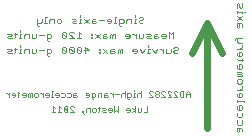
<source format=gbo>
G75*
G70*
%OFA0B0*%
%FSLAX24Y24*%
%IPPOS*%
%LPD*%
%AMOC8*
5,1,8,0,0,1.08239X$1,22.5*
%
%ADD10C,0.0240*%
%ADD11C,0.0040*%
%ADD12C,0.0030*%
D10*
X007440Y002690D02*
X007440Y006190D01*
X007940Y005190D01*
X006940Y005190D02*
X007440Y006190D01*
D11*
X008363Y005665D02*
X008363Y005627D01*
X008363Y005665D02*
X008401Y005704D01*
X008593Y005704D01*
X008440Y005704D02*
X008440Y005589D01*
X008478Y005550D01*
X008593Y005550D01*
X008593Y005458D02*
X008593Y005420D01*
X008516Y005343D01*
X008440Y005343D02*
X008593Y005343D01*
X008555Y005248D02*
X008516Y005248D01*
X008516Y005095D01*
X008478Y005095D02*
X008555Y005095D01*
X008593Y005133D01*
X008593Y005210D01*
X008555Y005248D01*
X008440Y005210D02*
X008440Y005133D01*
X008478Y005095D01*
X008440Y005006D02*
X008478Y004967D01*
X008631Y004967D01*
X008593Y004929D02*
X008593Y005006D01*
X008555Y004834D02*
X008516Y004834D01*
X008516Y004680D01*
X008478Y004680D02*
X008555Y004680D01*
X008593Y004719D01*
X008593Y004795D01*
X008555Y004834D01*
X008440Y004795D02*
X008440Y004719D01*
X008478Y004680D01*
X008440Y004585D02*
X008555Y004585D01*
X008593Y004547D01*
X008555Y004508D01*
X008440Y004508D01*
X008440Y004432D02*
X008593Y004432D01*
X008593Y004470D01*
X008555Y004508D01*
X008555Y004337D02*
X008478Y004337D01*
X008440Y004298D01*
X008440Y004222D01*
X008478Y004183D01*
X008555Y004183D01*
X008593Y004222D01*
X008593Y004298D01*
X008555Y004337D01*
X008593Y004091D02*
X008593Y004053D01*
X008516Y003976D01*
X008440Y003976D02*
X008593Y003976D01*
X008555Y003881D02*
X008516Y003881D01*
X008516Y003727D01*
X008478Y003727D02*
X008555Y003727D01*
X008593Y003766D01*
X008593Y003843D01*
X008555Y003881D01*
X008440Y003843D02*
X008440Y003766D01*
X008478Y003727D01*
X008440Y003638D02*
X008440Y003562D01*
X008440Y003600D02*
X008670Y003600D01*
X008670Y003562D01*
X008555Y003467D02*
X008516Y003467D01*
X008516Y003313D01*
X008478Y003313D02*
X008555Y003313D01*
X008593Y003351D01*
X008593Y003428D01*
X008555Y003467D01*
X008440Y003428D02*
X008440Y003351D01*
X008478Y003313D01*
X008440Y003218D02*
X008440Y003103D01*
X008478Y003065D01*
X008555Y003065D01*
X008593Y003103D01*
X008593Y003218D01*
X008593Y002969D02*
X008593Y002854D01*
X008555Y002816D01*
X008478Y002816D01*
X008440Y002854D01*
X008440Y002969D01*
X008440Y002721D02*
X008440Y002606D01*
X008478Y002567D01*
X008516Y002606D01*
X008516Y002721D01*
X008555Y002721D02*
X008440Y002721D01*
X008555Y002721D02*
X008593Y002682D01*
X008593Y002606D01*
X006432Y005190D02*
X006355Y005190D01*
X006317Y005228D01*
X006317Y005266D01*
X006355Y005305D01*
X006432Y005305D01*
X006470Y005343D01*
X006470Y005381D01*
X006432Y005420D01*
X006355Y005420D01*
X006317Y005381D01*
X006222Y005343D02*
X006222Y005228D01*
X006184Y005190D01*
X006068Y005190D01*
X006068Y005343D01*
X005973Y005343D02*
X005973Y005190D01*
X005973Y005266D02*
X005897Y005343D01*
X005858Y005343D01*
X005766Y005343D02*
X005689Y005190D01*
X005613Y005343D01*
X005518Y005343D02*
X005479Y005343D01*
X005479Y005190D01*
X005441Y005190D02*
X005518Y005190D01*
X005352Y005343D02*
X005275Y005190D01*
X005198Y005343D01*
X005103Y005305D02*
X005065Y005343D01*
X004988Y005343D01*
X004950Y005305D01*
X004950Y005266D01*
X005103Y005266D01*
X005103Y005228D02*
X005103Y005305D01*
X005103Y005228D02*
X005065Y005190D01*
X004988Y005190D01*
X004606Y005190D02*
X004606Y005343D01*
X004568Y005343D01*
X004529Y005305D01*
X004491Y005343D01*
X004453Y005305D01*
X004453Y005190D01*
X004529Y005190D02*
X004529Y005305D01*
X004358Y005228D02*
X004319Y005266D01*
X004204Y005266D01*
X004204Y005305D02*
X004204Y005190D01*
X004319Y005190D01*
X004358Y005228D01*
X004319Y005343D02*
X004242Y005343D01*
X004204Y005305D01*
X004109Y005343D02*
X003956Y005190D01*
X003860Y005190D02*
X003860Y005228D01*
X003822Y005228D01*
X003822Y005190D01*
X003860Y005190D01*
X003860Y005305D02*
X003860Y005343D01*
X003822Y005343D01*
X003822Y005305D01*
X003860Y005305D01*
X003956Y005343D02*
X004109Y005190D01*
X003487Y005305D02*
X003334Y005305D01*
X003372Y005190D02*
X003372Y005420D01*
X003487Y005305D01*
X003239Y005228D02*
X003239Y005381D01*
X003201Y005420D01*
X003124Y005420D01*
X003085Y005381D01*
X003239Y005228D01*
X003201Y005190D01*
X003124Y005190D01*
X003085Y005228D01*
X003085Y005381D01*
X002990Y005381D02*
X002952Y005420D01*
X002875Y005420D01*
X002837Y005381D01*
X002990Y005228D01*
X002952Y005190D01*
X002875Y005190D01*
X002837Y005228D01*
X002837Y005381D01*
X002742Y005381D02*
X002703Y005420D01*
X002627Y005420D01*
X002588Y005381D01*
X002742Y005228D01*
X002703Y005190D01*
X002627Y005190D01*
X002588Y005228D01*
X002588Y005381D01*
X002742Y005381D02*
X002742Y005228D01*
X002990Y005228D02*
X002990Y005381D01*
X002990Y005690D02*
X002837Y005690D01*
X002742Y005728D02*
X002588Y005881D01*
X002588Y005728D01*
X002627Y005690D01*
X002703Y005690D01*
X002742Y005728D01*
X002742Y005881D01*
X002703Y005920D01*
X002627Y005920D01*
X002588Y005881D01*
X002837Y005881D02*
X002837Y005843D01*
X002990Y005690D01*
X003085Y005690D02*
X003239Y005690D01*
X003162Y005690D02*
X003162Y005920D01*
X003239Y005843D01*
X002990Y005881D02*
X002952Y005920D01*
X002875Y005920D01*
X002837Y005881D01*
X002964Y006190D02*
X002925Y006228D01*
X002964Y006266D01*
X003040Y006266D01*
X003079Y006305D01*
X003040Y006343D01*
X002925Y006343D01*
X002964Y006190D02*
X003079Y006190D01*
X003168Y006190D02*
X003244Y006190D01*
X003206Y006190D02*
X003206Y006343D01*
X003244Y006343D01*
X003206Y006420D02*
X003206Y006458D01*
X003339Y006343D02*
X003493Y006190D01*
X003588Y006190D02*
X003703Y006190D01*
X003741Y006228D01*
X003703Y006266D01*
X003588Y006266D01*
X003588Y006305D02*
X003588Y006190D01*
X003588Y006305D02*
X003626Y006343D01*
X003703Y006343D01*
X003837Y006305D02*
X003990Y006305D01*
X004085Y006305D02*
X004124Y006343D01*
X004200Y006343D01*
X004239Y006305D01*
X004239Y006228D01*
X004200Y006190D01*
X004124Y006190D01*
X004085Y006266D02*
X004239Y006266D01*
X004328Y006190D02*
X004404Y006190D01*
X004366Y006190D02*
X004366Y006420D01*
X004404Y006420D01*
X004500Y006343D02*
X004615Y006343D01*
X004653Y006305D01*
X004653Y006228D01*
X004615Y006190D01*
X004500Y006190D01*
X004500Y006151D02*
X004500Y006343D01*
X004748Y006305D02*
X004748Y006190D01*
X004748Y006305D02*
X004786Y006343D01*
X004902Y006343D01*
X004902Y006190D01*
X004991Y006190D02*
X005067Y006190D01*
X005029Y006190D02*
X005029Y006343D01*
X005067Y006343D01*
X005029Y006420D02*
X005029Y006458D01*
X005162Y006381D02*
X005201Y006420D01*
X005277Y006420D01*
X005316Y006381D01*
X005316Y006343D01*
X005277Y006305D01*
X005201Y006305D01*
X005162Y006266D01*
X005162Y006228D01*
X005201Y006190D01*
X005277Y006190D01*
X005316Y006228D01*
X005310Y005843D02*
X005310Y005728D01*
X005272Y005690D01*
X005157Y005690D01*
X005157Y005843D01*
X005062Y005843D02*
X005062Y005690D01*
X005062Y005766D02*
X004985Y005843D01*
X004947Y005843D01*
X004855Y005805D02*
X004855Y005728D01*
X004816Y005690D01*
X004740Y005690D01*
X004701Y005766D02*
X004855Y005766D01*
X004855Y005805D02*
X004816Y005843D01*
X004740Y005843D01*
X004701Y005805D01*
X004701Y005766D01*
X004357Y005690D02*
X004357Y005843D01*
X004319Y005843D01*
X004281Y005805D01*
X004242Y005843D01*
X004204Y005805D01*
X004204Y005690D01*
X004281Y005690D02*
X004281Y005805D01*
X004109Y005728D02*
X004071Y005690D01*
X003955Y005690D01*
X003955Y005805D01*
X003994Y005843D01*
X004071Y005843D01*
X004071Y005766D02*
X003955Y005766D01*
X004071Y005766D02*
X004109Y005728D01*
X003860Y005690D02*
X003707Y005843D01*
X003612Y005843D02*
X003612Y005805D01*
X003573Y005805D01*
X003573Y005843D01*
X003612Y005843D01*
X003612Y005728D02*
X003573Y005728D01*
X003573Y005690D01*
X003612Y005690D01*
X003612Y005728D01*
X003707Y005690D02*
X003860Y005843D01*
X003493Y006343D02*
X003339Y006190D01*
X004085Y006266D02*
X004085Y006305D01*
X004500Y006151D02*
X004538Y006113D01*
X004576Y006113D01*
X005406Y005843D02*
X005521Y005843D01*
X005559Y005805D01*
X005521Y005766D01*
X005444Y005766D01*
X005406Y005728D01*
X005444Y005690D01*
X005559Y005690D01*
X005654Y005690D02*
X005769Y005690D01*
X005808Y005728D01*
X005769Y005766D01*
X005654Y005766D01*
X005654Y005805D02*
X005654Y005690D01*
X005654Y005805D02*
X005692Y005843D01*
X005769Y005843D01*
X005903Y005805D02*
X005903Y005766D01*
X006056Y005766D01*
X006056Y005728D02*
X006056Y005805D01*
X006018Y005843D01*
X005941Y005843D01*
X005903Y005805D01*
X006018Y005690D02*
X006056Y005728D01*
X006018Y005690D02*
X005941Y005690D01*
X006151Y005690D02*
X006151Y005920D01*
X006228Y005843D01*
X006305Y005920D01*
X006305Y005690D01*
X006470Y005228D02*
X006432Y005190D01*
X005479Y005420D02*
X005479Y005458D01*
X002581Y006228D02*
X002543Y006190D01*
X002466Y006190D01*
X002428Y006228D01*
X002428Y006305D01*
X002466Y006343D01*
X002543Y006343D01*
X002581Y006305D01*
X002581Y006228D01*
X002333Y006190D02*
X002333Y006343D01*
X002218Y006343D01*
X002179Y006305D01*
X002179Y006190D01*
X002084Y006190D02*
X002008Y006190D01*
X002046Y006190D02*
X002046Y006420D01*
X002084Y006420D01*
X001919Y006343D02*
X001919Y006228D01*
X001880Y006190D01*
X001765Y006190D01*
X001765Y006151D02*
X001804Y006113D01*
X001842Y006113D01*
X001765Y006151D02*
X001765Y006343D01*
X001212Y005958D02*
X001212Y005920D01*
X001212Y005843D02*
X001212Y005690D01*
X001250Y005690D02*
X001174Y005690D01*
X001046Y005728D02*
X001008Y005690D01*
X001046Y005728D02*
X001046Y005881D01*
X001084Y005843D02*
X001008Y005843D01*
X000919Y005805D02*
X000880Y005766D01*
X000804Y005766D01*
X000765Y005728D01*
X000804Y005690D01*
X000919Y005690D01*
X000919Y005805D02*
X000880Y005843D01*
X000765Y005843D01*
X001212Y005843D02*
X001250Y005843D01*
X001345Y005805D02*
X001345Y005690D01*
X001499Y005690D02*
X001499Y005843D01*
X001384Y005843D01*
X001345Y005805D01*
X001594Y005843D02*
X001594Y005690D01*
X001709Y005690D01*
X001747Y005728D01*
X001747Y005843D01*
X001843Y005805D02*
X001996Y005805D01*
X002091Y005843D02*
X002206Y005843D01*
X002245Y005805D01*
X002245Y005728D01*
X002206Y005690D01*
X002091Y005690D01*
X002091Y005651D02*
X002091Y005843D01*
X002091Y005651D02*
X002129Y005613D01*
X002168Y005613D01*
X002206Y005343D02*
X002091Y005343D01*
X002091Y005151D01*
X002129Y005113D01*
X002168Y005113D01*
X002206Y005190D02*
X002091Y005190D01*
X002206Y005190D02*
X002245Y005228D01*
X002245Y005305D01*
X002206Y005343D01*
X001996Y005305D02*
X001843Y005305D01*
X001747Y005343D02*
X001747Y005228D01*
X001709Y005190D01*
X001594Y005190D01*
X001594Y005343D01*
X001499Y005343D02*
X001384Y005343D01*
X001345Y005305D01*
X001345Y005190D01*
X001250Y005190D02*
X001174Y005190D01*
X001212Y005190D02*
X001212Y005343D01*
X001250Y005343D01*
X001212Y005420D02*
X001212Y005458D01*
X001085Y005343D02*
X001008Y005343D01*
X001046Y005381D02*
X001046Y005228D01*
X001008Y005190D01*
X000919Y005190D02*
X000804Y005190D01*
X000765Y005228D01*
X000804Y005266D01*
X000880Y005266D01*
X000919Y005305D01*
X000880Y005343D01*
X000765Y005343D01*
X001499Y005343D02*
X001499Y005190D01*
X008440Y006086D02*
X008478Y006048D01*
X008516Y006086D01*
X008516Y006201D01*
X008555Y006201D02*
X008440Y006201D01*
X008440Y006086D01*
X008593Y006086D02*
X008593Y006163D01*
X008555Y006201D01*
X008593Y006296D02*
X008440Y006450D01*
X008440Y006545D02*
X008440Y006621D01*
X008440Y006583D02*
X008593Y006583D01*
X008593Y006545D01*
X008670Y006583D02*
X008708Y006583D01*
X008593Y006450D02*
X008440Y006296D01*
X008440Y006710D02*
X008440Y006826D01*
X008478Y006864D01*
X008516Y006826D01*
X008516Y006749D01*
X008555Y006710D01*
X008593Y006749D01*
X008593Y006864D01*
D12*
X003323Y003171D02*
X003259Y003235D01*
X003291Y003235D01*
X003291Y003266D01*
X003259Y003266D01*
X003259Y003235D01*
X003398Y003235D02*
X003398Y003330D01*
X003430Y003361D01*
X003525Y003361D01*
X003525Y003235D01*
X003601Y003266D02*
X003601Y003330D01*
X003633Y003361D01*
X003696Y003361D01*
X003728Y003330D01*
X003728Y003266D01*
X003696Y003235D01*
X003633Y003235D01*
X003601Y003266D01*
X003799Y003235D02*
X003831Y003266D01*
X003831Y003393D01*
X003863Y003361D02*
X003799Y003361D01*
X003939Y003361D02*
X004034Y003361D01*
X004065Y003330D01*
X004034Y003298D01*
X003970Y003298D01*
X003939Y003266D01*
X003970Y003235D01*
X004065Y003235D01*
X004141Y003298D02*
X004268Y003298D01*
X004268Y003330D02*
X004236Y003361D01*
X004173Y003361D01*
X004141Y003330D01*
X004141Y003298D01*
X004173Y003235D02*
X004236Y003235D01*
X004268Y003266D01*
X004268Y003330D01*
X004344Y003235D02*
X004344Y003425D01*
X004407Y003298D02*
X004344Y003235D01*
X004407Y003298D02*
X004470Y003235D01*
X004470Y003425D01*
X004749Y003330D02*
X004749Y003298D01*
X004876Y003298D01*
X004876Y003330D02*
X004844Y003361D01*
X004780Y003361D01*
X004749Y003330D01*
X004780Y003235D02*
X004844Y003235D01*
X004876Y003266D01*
X004876Y003330D01*
X004949Y003361D02*
X005044Y003298D01*
X004949Y003235D01*
X005044Y003235D02*
X005044Y003425D01*
X005120Y003361D02*
X005120Y003235D01*
X005215Y003235D01*
X005247Y003266D01*
X005247Y003361D01*
X005323Y003235D02*
X005449Y003235D01*
X005449Y003425D01*
X005511Y003735D02*
X005638Y003735D01*
X005511Y003861D01*
X005511Y003893D01*
X005543Y003925D01*
X005606Y003925D01*
X005638Y003893D01*
X005713Y003893D02*
X005713Y003861D01*
X005745Y003830D01*
X005809Y003830D01*
X005840Y003861D01*
X005840Y003893D01*
X005809Y003925D01*
X005745Y003925D01*
X005713Y003893D01*
X005745Y003830D02*
X005713Y003798D01*
X005713Y003766D01*
X005745Y003735D01*
X005809Y003735D01*
X005840Y003766D01*
X005840Y003798D01*
X005809Y003830D01*
X005916Y003861D02*
X005916Y003893D01*
X005948Y003925D01*
X006011Y003925D01*
X006043Y003893D01*
X006119Y003893D02*
X006119Y003861D01*
X006245Y003735D01*
X006119Y003735D01*
X006043Y003735D02*
X005916Y003861D01*
X005916Y003735D02*
X006043Y003735D01*
X006119Y003893D02*
X006150Y003925D01*
X006214Y003925D01*
X006245Y003893D01*
X006321Y003893D02*
X006321Y003861D01*
X006448Y003735D01*
X006321Y003735D01*
X006524Y003766D02*
X006524Y003893D01*
X006555Y003925D01*
X006650Y003925D01*
X006650Y003735D01*
X006555Y003735D01*
X006524Y003766D01*
X006448Y003893D02*
X006416Y003925D01*
X006353Y003925D01*
X006321Y003893D01*
X006726Y003861D02*
X006726Y003735D01*
X006726Y003830D02*
X006853Y003830D01*
X006853Y003861D02*
X006790Y003925D01*
X006726Y003861D01*
X006853Y003861D02*
X006853Y003735D01*
X005233Y003735D02*
X005233Y003925D01*
X005201Y003861D02*
X005137Y003861D01*
X005106Y003830D01*
X005106Y003735D01*
X005030Y003735D02*
X004967Y003735D01*
X004998Y003735D02*
X004998Y003861D01*
X005030Y003861D01*
X004998Y003925D02*
X004998Y003956D01*
X004895Y003830D02*
X004863Y003861D01*
X004768Y003861D01*
X004768Y003703D01*
X004800Y003671D01*
X004832Y003671D01*
X004863Y003735D02*
X004768Y003735D01*
X004692Y003735D02*
X004692Y003925D01*
X004661Y003861D02*
X004597Y003861D01*
X004566Y003830D01*
X004566Y003735D01*
X004490Y003830D02*
X004363Y003830D01*
X004287Y003861D02*
X004287Y003735D01*
X004287Y003798D02*
X004224Y003861D01*
X004192Y003861D01*
X004087Y003861D02*
X004023Y003861D01*
X003992Y003830D01*
X003992Y003735D01*
X004087Y003735D01*
X004118Y003766D01*
X004087Y003798D01*
X003992Y003798D01*
X003916Y003861D02*
X003821Y003861D01*
X003789Y003830D01*
X003789Y003735D01*
X003713Y003766D02*
X003682Y003735D01*
X003587Y003735D01*
X003587Y003703D02*
X003587Y003861D01*
X003682Y003861D01*
X003713Y003830D01*
X003713Y003766D01*
X003650Y003671D02*
X003618Y003671D01*
X003587Y003703D01*
X003511Y003766D02*
X003511Y003830D01*
X003479Y003861D01*
X003416Y003861D01*
X003384Y003830D01*
X003384Y003798D01*
X003511Y003798D01*
X003511Y003766D02*
X003479Y003735D01*
X003416Y003735D01*
X003106Y003766D02*
X003074Y003735D01*
X002979Y003735D01*
X002979Y003830D01*
X003011Y003861D01*
X003074Y003861D01*
X003074Y003798D02*
X002979Y003798D01*
X002903Y003830D02*
X002903Y003766D01*
X002871Y003735D01*
X002776Y003735D01*
X002701Y003766D02*
X002669Y003735D01*
X002574Y003735D01*
X002498Y003766D02*
X002498Y003830D01*
X002466Y003861D01*
X002403Y003861D01*
X002371Y003830D01*
X002371Y003798D01*
X002498Y003798D01*
X002498Y003766D02*
X002466Y003735D01*
X002403Y003735D01*
X002295Y003735D02*
X002232Y003735D01*
X002264Y003735D02*
X002264Y003925D01*
X002295Y003925D01*
X002160Y003830D02*
X002160Y003766D01*
X002129Y003735D01*
X002065Y003735D01*
X002034Y003798D02*
X002160Y003798D01*
X002160Y003830D02*
X002129Y003861D01*
X002065Y003861D01*
X002034Y003830D01*
X002034Y003798D01*
X001958Y003798D02*
X001894Y003861D01*
X001863Y003861D01*
X001789Y003830D02*
X001789Y003766D01*
X001757Y003735D01*
X001694Y003735D01*
X001662Y003766D01*
X001662Y003830D01*
X001694Y003861D01*
X001757Y003861D01*
X001789Y003830D01*
X001958Y003861D02*
X001958Y003735D01*
X001586Y003735D02*
X001586Y003861D01*
X001555Y003861D01*
X001523Y003830D01*
X001491Y003861D01*
X001460Y003830D01*
X001460Y003735D01*
X001523Y003735D02*
X001523Y003830D01*
X001384Y003830D02*
X001384Y003766D01*
X001352Y003735D01*
X001289Y003735D01*
X001257Y003798D02*
X001384Y003798D01*
X001384Y003830D02*
X001352Y003861D01*
X001289Y003861D01*
X001257Y003830D01*
X001257Y003798D01*
X001181Y003861D02*
X001118Y003861D01*
X001150Y003893D02*
X001150Y003766D01*
X001118Y003735D01*
X001046Y003766D02*
X001046Y003830D01*
X001015Y003861D01*
X000951Y003861D01*
X000920Y003830D01*
X000920Y003798D01*
X001046Y003798D01*
X001046Y003766D02*
X001015Y003735D01*
X000951Y003735D01*
X000844Y003735D02*
X000844Y003861D01*
X000844Y003798D02*
X000780Y003861D01*
X000749Y003861D01*
X002251Y003235D02*
X002377Y003235D01*
X002314Y003235D02*
X002314Y003425D01*
X002377Y003361D01*
X002453Y003235D02*
X002580Y003235D01*
X002516Y003235D02*
X002516Y003425D01*
X002580Y003361D01*
X002656Y003393D02*
X002782Y003266D01*
X002751Y003235D01*
X002687Y003235D01*
X002656Y003266D01*
X002656Y003393D01*
X002687Y003425D01*
X002751Y003425D01*
X002782Y003393D01*
X002782Y003266D01*
X002858Y003235D02*
X002985Y003235D01*
X002858Y003361D01*
X002858Y003393D01*
X002890Y003425D01*
X002953Y003425D01*
X002985Y003393D01*
X003106Y003766D02*
X003074Y003798D01*
X002903Y003830D02*
X002871Y003861D01*
X002776Y003861D01*
X002701Y003830D02*
X002701Y003766D01*
X002701Y003830D02*
X002669Y003861D01*
X002574Y003861D01*
X003916Y003861D02*
X003916Y003735D01*
X004661Y003861D02*
X004692Y003830D01*
X004863Y003735D02*
X004895Y003766D01*
X004895Y003830D01*
X005201Y003861D02*
X005233Y003830D01*
M02*

</source>
